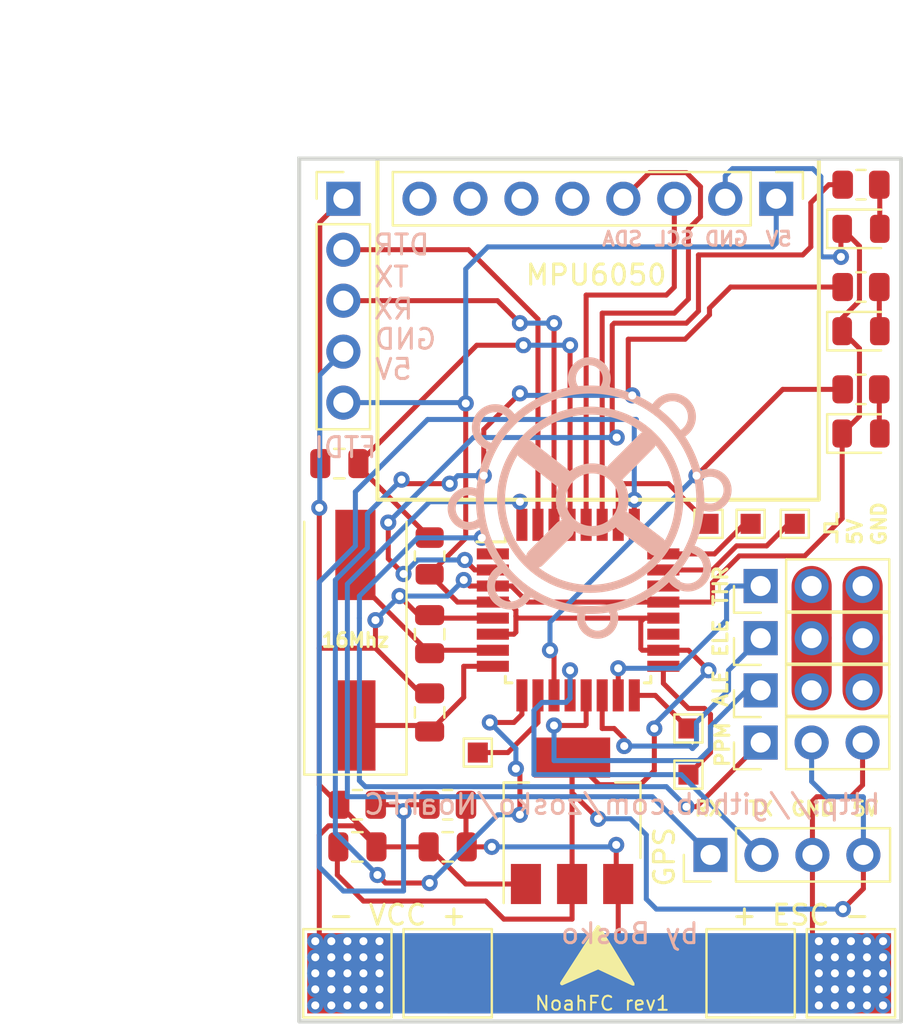
<source format=kicad_pcb>
(kicad_pcb (version 20211014) (generator pcbnew)
  (layers (0 "F.Cu" signal) (31 "B.Cu" signal) (34 "B.Paste" user) (35 "F.Paste" user) (36 "B.SilkS" user "B.Silkscreen") (37 "F.SilkS" user "F.Silkscreen") (38 "B.Mask" user) (39 "F.Mask" user) (44 "Edge.Cuts" user))
  (net 0 "")
  (net 1 "GND")
  (net 2 "VCC")
  (net 3 "5V")
  (net 4 "SCL")
  (net 5 "SDA")
  (net 10 "DTR")
  (net 11 "TX")
  (net 12 "RX")
  (net 13 "Net-(D1-Pad2)")
  (net 14 "Net-(D2-Pad2)")
  (net 15 "SCK")
  (net 16 "XTAL1")
  (net 17 "XTAL2")
  (net 18 "ALERON")
  (net 19 "ELEVATOR")
  (net 20 "THROTTLE")
  (net 21 "PPM")
  (net 22 "GPS_TX")
  (net 23 "GPS_RX")
  (net 24 "RESET")
  (net 25 "MISO")
  (net 26 "LED_GPS")
  (net 27 "LED_MODE")
  (net 28 "LED_PWR")
  (net 29 "ADC6")
  (net 30 "VOLTAGE_READ")
  (net 31 "ADC7")
  (net 32 "Net-(D3-Pad2)")
  (net 33 "A0")
  (net 34 "A1")
  (net 35 "A3")
  (net 36 "5V_BEC")
  (net 37 "D6")
  (net 38 "GND_BEC")
  (footprint "TestPoint:TestPoint_Pad_1.0x1.0mm" (layer "F.Cu") (at 152.4 76.2)
    (fp_text reference "J16" hide)
    (fp_text value "A3" hide)
  )
  (footprint "TestPoint:TestPoint_Pad_1.0x1.0mm" (layer "F.Cu") (at 151.4 88.7)
    (fp_text reference "J11" hide)
    (fp_text value "SCK" hide)
  )
  (footprint "Capacitor_SMD:C_0805_2012Metric" (layer "F.Cu") (at 138.5 81.7 90)
    (fp_text reference "C1" hide)
    (fp_text value "22pF" hide)
  )
  (footprint "LED_SMD:LED_0805_2012Metric" (layer "F.Cu") (at 160 71.7)
    (fp_text reference "D3" hide)
    (fp_text value "PWR" hide)
  )
  (footprint "Connector_PinHeader_2.54mm:PinHeader_1x05_P2.54mm_Vertical" (layer "F.Cu") (at 134.2 60)
    (fp_text reference "J4" hide)
    (fp_text value "FTDI")
  )
  (footprint "Connector_PinHeader_2.54mm:PinHeader_1x03_P2.54mm_Vertical" (layer "F.Cu") (at 155 81.9 90)
    (fp_text reference "J2" hide)
    (fp_text value "ELE")
  )
  (footprint "Resistor_SMD:R_0805_2012Metric" (layer "F.Cu") (at 138.5 77.8 -90)
    (fp_text reference "R1" hide)
    (fp_text value "10K" hide)
  )
  (footprint "LED_SMD:LED_0805_2012Metric" (layer "F.Cu") (at 160 61.5)
    (fp_text reference "D2" hide)
    (fp_text value "MODE" hide)
  )
  (footprint "LED_SMD:LED_0805_2012Metric" (layer "F.Cu") (at 160 66.6)
    (fp_text reference "D1" hide)
    (fp_text value "GPS" hide)
  )
  (footprint "Connector_PinHeader_2.54mm:PinHeader_1x08_P2.54mm_Vertical" (layer "F.Cu") (at 155.775 60 -90)
    (fp_text reference "J3" hide)
    (fp_text value "MPU6050")
  )
  (footprint "Connector_PinHeader_2.54mm:PinHeader_1x03_P2.54mm_Vertical" (layer "F.Cu") (at 155 84.5 90)
    (fp_text reference "J1" hide)
    (fp_text value "ALE")
  )
  (footprint "Resistor_SMD:R_0805_2012Metric" (layer "F.Cu") (at 139.4 90.2 180)
    (fp_text reference "R5" hide)
    (fp_text value "100K" hide)
  )
  (footprint "TestPoint:TestPoint_Pad_4.0x4.0mm" (layer "F.Cu") (at 134.4 98.6)
    (fp_text reference "J10" hide)
    (fp_text value "GND" hide)
  )
  (footprint "TestPoint:TestPoint_Pad_4.0x4.0mm" (layer "F.Cu") (at 139.4 98.6)
    (fp_text reference "J5" hide)
    (fp_text value "VCC" hide)
  )
  (footprint "TestPoint:TestPoint_Pad_4.0x4.0mm" (layer "F.Cu") (at 159.5 98.6)
    (fp_text reference "J14" hide)
    (fp_text value "GND" hide)
  )
  (footprint "Connector_PinHeader_2.54mm:PinHeader_1x04_P2.54mm_Vertical" (layer "F.Cu") (at 152.5 92.7 90)
    (fp_text reference "J8" hide)
    (fp_text value "GPS")
  )
  (footprint "Capacitor_SMD:C_0805_2012Metric" (layer "F.Cu") (at 134.9 92.3 180)
    (fp_text reference "C5" hide)
    (fp_text value "10uF" hide)
  )
  (footprint "TestPoint:TestPoint_Pad_1.0x1.0mm" (layer "F.Cu") (at 156.7 76.2)
    (fp_text reference "J9" hide)
    (fp_text value "A0" hide)
  )
  (footprint "TestPoint:TestPoint_Pad_4.0x4.0mm" (layer "F.Cu") (at 154.5 98.6)
    (fp_text reference "J13" hide)
    (fp_text value "VCC" hide)
  )
  (footprint "TestPoint:TestPoint_Pad_1.0x1.0mm" (layer "F.Cu") (at 151.4 86.4)
    (fp_text reference "J12" hide)
    (fp_text value "MISO" hide)
  )
  (footprint "Package_QFP:TQFP-32_7x7mm_P0.8mm" (layer "F.Cu") (at 145.9 80.5)
    (fp_text reference "U1" hide)
    (fp_text value "ATmega328" hide)
  )
  (footprint "Resistor_SMD:R_0805_2012Metric" (layer "F.Cu") (at 160 59.3)
    (fp_text reference "R3" hide)
    (fp_text value "330" hide)
  )
  (footprint "Capacitor_SMD:C_0805_2012Metric" (layer "F.Cu") (at 138.5 85.6 90)
    (fp_text reference "C2" hide)
    (fp_text value "22pF" hide)
  )
  (footprint "TestPoint:TestPoint_Pad_1.0x1.0mm" (layer "F.Cu") (at 140.9 87.6)
    (fp_text reference "J17" hide)
    (fp_text value "D6" hide)
  )
  (footprint "Crystal:Crystal_SMD_HC49-SD" (layer "F.Cu") (at 134.8 82 90)
    (fp_text reference "Y1" hide)
    (fp_text value "16Mhz")
  )
  (footprint "TestPoint:TestPoint_Pad_1.0x1.0mm" (layer "F.Cu") (at 154.5 76.2)
    (fp_text reference "J15" hide)
    (fp_text value "A1" hide)
  )
  (footprint "Connector_PinHeader_2.54mm:PinHeader_1x03_P2.54mm_Vertical" (layer "F.Cu") (at 155 79.3 90)
    (fp_text reference "J6" hide)
    (fp_text value "THR")
  )
  (footprint "Resistor_SMD:R_0805_2012Metric" (layer "F.Cu") (at 160 64.4)
    (fp_text reference "R2" hide)
    (fp_text value "330" hide)
  )
  (footprint "Resistor_SMD:R_0805_2012Metric" (layer "F.Cu") (at 160 69.5)
    (fp_text reference "R4" hide)
    (fp_text value "330" hide)
  )
  (footprint "Capacitor_SMD:C_0805_2012Metric" (layer "F.Cu") (at 139.4 92.3)
    (fp_text reference "C4" hide)
    (fp_text value "1uF" hide)
  )
  (footprint "Capacitor_SMD:C_0805_2012Metric" (layer "F.Cu") (at 134 73.2 180)
    (fp_text reference "C3" hide)
    (fp_text value "1nF" hide)
  )
  (footprint "Package_TO_SOT_SMD:SOT-223-3_TabPin2" (layer "F.Cu") (at 145.6 91 90)
    (fp_text reference "U3" hide)
    (fp_text value "AMS1117-5.0" hide)
  )
  (footprint "Resistor_SMD:R_0805_2012Metric" (layer "F.Cu") (at 134.9 90.2 180)
    (fp_text reference "R6" hide)
    (fp_text value "10K" hide)
  )
  (footprint "Connector_PinHeader_2.54mm:PinHeader_1x03_P2.54mm_Vertical" (layer "F.Cu") (at 155 87.1 90)
    (fp_text reference "J7" hide)
    (fp_text value "PPM")
  )
  (gr_circle (center 146.5 75) (end 151.991812 75) (layer "B.SilkS") (width 0.4) (fill none))
  (gr_circle (center 146.5 75) (end 150.941846 75) (layer "B.SilkS") (width 0.4) (fill none))
  (gr_line (start 145.2 76.5) (end 143.8 77.9) (layer "B.SilkS") (width 1))
  (gr_arc (start 147.6 80.5) (mid 146.928343 81.725153) (end 146.1 80.6) (layer "B.SilkS") (width 0.4))
  (gr_arc (start 152 73.8) (mid 153.350645 74.46329) (end 152.1 75.3) (layer "B.SilkS") (width 0.4))
  (gr_circle (center 146.6 75) (end 148.16205 75) (layer "B.SilkS") (width 0.5) (fill none))
  (gr_line (start 147.8 73.6) (end 149.3 72.1) (layer "B.SilkS") (width 1))
  (gr_arc (start 151.7 77.5) (mid 152.147252 78.981319) (end 150.599999 79) (layer "B.SilkS") (width 0.4))
  (gr_arc (start 140.950645 76.16329) (mid 139.6 75.5) (end 140.850645 74.66329) (layer "B.SilkS") (width 0.4))
  (gr_arc (start 145.73671 69.450645) (mid 146.4 68.1) (end 147.23671 69.350645) (layer "B.SilkS") (width 0.4))
  (gr_line (start 148.2 76.1) (end 149.8 77.3) (layer "B.SilkS") (width 1))
  (gr_arc (start 141.400001 72.3) (mid 141.038719 70.776044) (end 142.600001 70.9) (layer "B.SilkS") (width 0.4))
  (gr_line (start 145.1 73.9) (end 143.3 72.5) (layer "B.SilkS") (width 1))
  (gr_arc (start 143.4 79.699999) (mid 141.893396 80.041037) (end 142 78.499999) (layer "B.SilkS") (width 0.4))
  (gr_arc (start 149.7 70.5) (mid 151.234725 70.126153) (end 151.1 71.7) (layer "B.SilkS") (width 0.4))
  (gr_line (start 158.2 76.6) (end 158.2 76.2) (layer "F.SilkS") (width 0.15))
  (gr_rect (start 135.9 58) (end 157.9 75) (layer "F.SilkS") (width 0.2) (fill none))
  (gr_poly (pts (xy 148.6 99.1) (xy 146.9 98.3) (xy 145.1 99.1) (xy 146.9 96.3)) (layer "F.SilkS") (width 0.2) (fill solid))
  (gr_line (start 158.8 76.2) (end 158.8 75.7) (layer "F.SilkS") (width 0.15))
  (gr_line (start 158.2 76.2) (end 158.8 76.2) (layer "F.SilkS") (width 0.15))
  (gr_line (start 158.8 76.6) (end 158.2 76.6) (layer "F.SilkS") (width 0.15))
  (gr_line (start 158.8 77.1) (end 158.8 76.6) (layer "F.SilkS") (width 0.15))
  (gr_rect (start 132 58) (end 162 101) (layer "Edge.Cuts") (width 0.2) (fill none))
  (gr_text "5V" (at 136.7 68.5) (layer "B.SilkS") (effects (font (size 1 1)) (justify mirror)))
  (gr_text "SDA" (at 148.1 62) (layer "B.SilkS") (effects (font (size 0.7 0.7)) (justify mirror)))
  (gr_text "5V" (at 155.9 62) (layer "B.SilkS") (effects (font (size 0.7 0.7)) (justify mirror)))
  (gr_text "TX" (at 136.6 63.9) (layer "B.SilkS") (effects (font (size 1 1)) (justify mirror)))
  (gr_text "SCL" (at 150.7 62) (layer "B.SilkS") (effects (font (size 0.7 0.7)) (justify mirror)))
  (gr_text "RX" (at 136.7 65.5) (layer "B.SilkS") (effects (font (size 1 1)) (justify mirror)))
  (gr_text "GND" (at 137.3 67) (layer "B.SilkS") (effects (font (size 1 1)) (justify mirror)))
  (gr_text "http://github.com/zosko/NoahFC\n\n\n\nby Bosko " (at 148.1 93.4) (layer "B.SilkS") (effects (font (size 1 1)) (justify mirror)))
  (gr_text "GND" (at 153.3 62) (layer "B.SilkS") (effects (font (size 0.7 0.7)) (justify mirror)))
  (gr_text "DTR" (at 137.1 62.3) (layer "B.SilkS") (effects (font (size 1 1)) (justify mirror)))
  (gr_text "GND" (at 157.6 90.4) (layer "F.SilkS") (effects (font (size 0.7 0.7))))
  (gr_text "5V" (at 160.2 90.4) (layer "F.SilkS") (effects (font (size 0.7 0.7))))
  (gr_text "RX" (at 152.4 90.4) (layer "F.SilkS") (effects (font (size 0.7 0.7))))
  (gr_text "TX" (at 155 90.4) (layer "F.SilkS") (effects (font (size 0.7 0.7))))
  (gr_text "+ ESC -" (at 157 95.7) (layer "F.SilkS") (effects (font (size 1 1))))
  (gr_text "5V" (at 159.7 76.6 90) (layer "F.SilkS") (effects (font (size 0.7 0.7))))
  (gr_text "NoahFC rev1" (at 147.1 100.1) (layer "F.SilkS") (effects (font (size 0.7 0.7) (thickness 0.1))))
  (gr_text "GND" (at 160.9 76.2 90) (layer "F.SilkS") (effects (font (size 0.7 0.7))))
  (gr_text "- VCC +" (at 136.9 95.7) (layer "F.SilkS") (effects (font (size 1 1))))
  (segment (start 159 62.9) (end 159 61.5625) (width 0.25) (layer "F.Cu") (net 1))
  (segment (start 159.92452 70.83798) (end 159.0625 71.7) (width 0.25) (layer "F.Cu") (net 1))
  (segment (start 133 82.4) (end 133 89.2125) (width 0.25) (layer "F.Cu") (net 1))
  (segment (start 135.85 92.3) (end 134.80048 91.25048) (width 0.25) (layer "F.Cu") (net 1))
  (segment (start 133 96.8) (end 132.8 97) (width 0.25) (layer "F.Cu") (net 1))
  (segment (start 135.85 92.0625) (end 133.9875 90.2) (width 0.25) (layer "F.Cu") (net 1))
  (segment (start 135.85 92.3) (end 135.85 92.0625) (width 0.25) (layer "F.Cu") (net 1))
  (segment (start 143.374022 80.1) (end 142.574022 79.3) (width 0.25) (layer "F.Cu") (net 1))
  (segment (start 133 89.2125) (end 133.9875 90.2) (width 0.25) (layer "F.Cu") (net 1))
  (segment (start 157.2 77.8) (end 153.935718 77.8) (width 0.25) (layer "F.Cu") (net 1))
  (segment (start 138.5 84.65) (end 138.05 84.65) (width 0.25) (layer "F.Cu") (net 1))
  (segment (start 141.65 80.9) (end 138.65 80.9) (width 0.25) (layer "F.Cu") (net 1))
  (segment (start 159.92452 67.46202) (end 159.92452 70.83798) (width 0.25) (layer "F.Cu") (net 1))
  (segment (start 138.05 84.65) (end 135.8 82.4) (width 0.25) (layer "F.Cu") (net 1))
  (segment (start 157.9 97) (end 157.58 96.68) (width 0.25) (layer "F.Cu") (net 1))
  (segment (start 135.8 82.4) (end 133 82.4) (width 0.25) (layer "F.Cu") (net 1))
  (segment (start 159.92452 62.36202) (end 159.0625 61.5) (width 0.25) (layer "F.Cu") (net 1))
  (segment (start 134.80048 91.25048) (end 133.462027 91.25048) (width 0.25) (layer "F.Cu") (net 1))
  (segment (start 133 75.4) (end 133 82.4) (width 0.25) (layer "F.Cu") (net 1))
  (segment (start 160.08 87.1) (end 160.08 89.22) (width 0.25) (layer "F.Cu") (net 1))
  (segment (start 159.5 89.8) (end 157.8 89.8) (width 0.25) (layer "F.Cu") (net 1))
  (segment (start 138.5 80.75) (end 137.95 80.75) (width 0.25) (layer "F.Cu") (net 1))
  (segment (start 140.5 79.3) (end 140.2 79) (width 0.25) (layer "F.Cu") (net 1))
  (segment (start 135.8 81) (end 135.8 82.4) (width 0.25) (layer "F.Cu") (net 1))
  (segment (start 159 61.5625) (end 159.0625 61.5) (width 0.25) (layer "F.Cu") (net 1))
  (segment (start 133 91.712507) (end 133 96.8) (width 0.25) (layer "F.Cu") (net 1))
  (segment (start 137.95 80.75) (end 137 79.8) (width 0.25) (layer "F.Cu") (net 1))
  (segment (start 160.08 89.22) (end 159.5 89.8) (width 0.25) (layer "F.Cu") (net 1))
  (segment (start 157.58 96.68) (end 157.58 92.7) (width 0.25) (layer "F.Cu") (net 1))
  (segment (start 140.3 94.15) (end 138.45 92.3) (width 0.25) (layer "F.Cu") (net 1))
  (segment (start 159.0625 65.949993) (end 159.92452 65.087973) (width 0.25) (layer "F.Cu") (net 1))
  (segment (start 152.6 80.1) (end 150.15 80.1) (width 0.25) (layer "F.Cu") (net 1))
  (segment (start 150.15 80.1) (end 143.374022 80.1) (width 0.25) (layer "F.Cu") (net 1))
  (segment (start 143.3 94.15) (end 140.3 94.15) (width 0.25) (layer "F.Cu") (net 1))
  (segment (start 132.8 97) (end 134.4 97) (width 0.25) (layer "F.Cu") (net 1))
  (segment (start 133.462027 91.25048) (end 133 91.712507) (width 0.25) (layer "F.Cu") (net 1))
  (segment (start 153.935718 77.8) (end 152.6 79.135718) (width 0.25) (layer "F.Cu") (net 1))
  (segment (start 159.92452 65.087973) (end 159.92452 62.36202) (width 0.25) (layer "F.Cu") (net 1))
  (segment (start 157.8 89.8) (end 157.58 90.02) (width 0.25) (layer "F.Cu") (net 1))
  (segment (start 159.0625 71.7) (end 159.0625 75.9375) (width 0.25) (layer "F.Cu") (net 1))
  (segment (start 142.574022 79.3) (end 141.65 79.3) (width 0.25) (layer "F.Cu") (net 1))
  (segment (start 138.45 92.3) (end 135.85 92.3) (width 0.25) (layer "F.Cu") (net 1))
  (segment (start 157.58 90.02) (end 157.58 92.7) (width 0.25) (layer "F.Cu") (net 1))
  (segment (start 138.65 80.9) (end 138.5 80.75) (width 0.25) (layer "F.Cu") (net 1))
  (segment (start 159.0625 66.6) (end 159.0625 65.949993) (width 0.25) (layer "F.Cu") (net 1))
  (segment (start 159.0625 75.9375) (end 157.2 77.8) (width 0.25) (layer "F.Cu") (net 1))
  (segment (start 152.6 79.135718) (end 152.6 80.1) (width 0.25) (layer "F.Cu") (net 1))
  (segment (start 159.0625 66.6) (end 159.92452 67.46202) (width 0.25) (layer "F.Cu") (net 1))
  (segment (start 141.65 79.3) (end 140.5 79.3) (width 0.25) (layer "F.Cu") (net 1))
  (via (at 135.2 98.6) (size 0.8) (drill 0.4) (layers "F.Cu" "B.Cu") (net 1))
  (via (at 132.8 100.2) (size 0.8) (drill 0.4) (layers "F.Cu" "B.Cu") (net 1))
  (via (at 160.3 99.4) (size 0.8) (drill 0.4) (layers "F.Cu" "B.Cu") (net 1))
  (via (at 134.4 98.6) (size 0.8) (drill 0.4) (layers "F.Cu" "B.Cu") (net 1))
  (via (at 158.7 97) (size 0.8) (drill 0.4) (layers "F.Cu" "B.Cu") (net 1))
  (via (at 135.2 100.2) (size 0.8) (drill 0.4) (layers "F.Cu" "B.Cu") (net 1))
  (via (at 136 97) (size 0.8) (drill 0.4) (layers "F.Cu" "B.Cu") (net 1))
  (via (at 158.7 100.2) (size 0.8) (drill 0.4) (layers "F.Cu" "B.Cu") (net 1))
  (via (at 132.8 99.4) (size 0.8) (drill 0.4) (layers "F.Cu" "B.Cu") (net 1))
  (via (at 135.2 97) (size 0.8) (drill 0.4) (layers "F.Cu" "B.Cu") (net 1))
  (via (at 157.9 98.6) (size 0.8) (drill 0.4) (layers "F.Cu" "B.Cu") (net 1))
  (via (at 132.8 98.6) (size 0.8) (drill 0.4) (layers "F.Cu" "B.Cu") (net 1))
  (via (at 136 97.8) (size 0.8) (drill 0.4) (layers "F.Cu" "B.Cu") (net 1))
  (via (at 160.3 97.8) (size 0.8) (drill 0.4) (layers "F.Cu" "B.Cu") (net 1))
  (via (at 157.9 97.8) (size 0.8) (drill 0.4) (layers "F.Cu" "B.Cu") (net 1))
  (via (at 157.9 100.2) (size 0.8) (drill 0.4) (layers "F.Cu" "B.Cu") (net 1))
  (via (at 157.9 97) (size 0.8) (drill 0.4) (layers "F.Cu" "B.Cu") (net 1))
  (via (at 135.2 99.4) (size 0.8) (drill 0.4) (layers "F.Cu" "B.Cu") (net 1))
  (via (at 133.6 100.2) (size 0.8) (drill 0.4) (layers "F.Cu" "B.Cu") (net 1))
  (via (at 159.5 100.2) (size 0.8) (drill 0.4) (layers "F.Cu" "B.Cu") (net 1))
  (via (at 134.4 99.4) (size 0.8) (drill 0.4) (layers "F.Cu" "B.Cu") (net 1))
  (via (at 160.3 98.6) (size 0.8) (drill 0.4) (layers "F.Cu" "B.Cu") (net 1))
  (via (at 136 99.4) (size 0.8) (drill 0.4) (layers "F.Cu" "B.Cu") (net 1))
  (via (at 161.1 97.8) (size 0.8) (drill 0.4) (layers "F.Cu" "B.Cu") (net 1))
  (via (at 136 98.6) (size 0.8) (drill 0.4) (layers "F.Cu" "B.Cu") (net 1))
  (via (at 161.1 97) (size 0.8) (drill 0.4) (layers "F.Cu" "B.Cu") (net 1))
  (via (at 132.8 97) (size 0.8) (drill 0.4) (layers "F.Cu" "B.Cu") (net 1))
  (via (at 161.1 98.6) (size 0.8) (drill 0.4) (layers "F.Cu" "B.Cu") (net 1))
  (via (at 161.1 99.4) (size 0.8) (drill 0.4) (layers "F.Cu" "B.Cu") (net 1))
  (via (at 140.2 79) (size 0.8) (drill 0.4) (layers "F.Cu" "B.Cu") (net 1))
  (via (at 133.6 97) (size 0.8) (drill 0.4) (layers "F.Cu" "B.Cu") (net 1))
  (via (at 159.5 98.6) (size 0.8) (drill 0.4) (layers "F.Cu" "B.Cu") (net 1))
  (via (at 161.1 100.2) (size 0.8) (drill 0.4) (layers "F.Cu" "B.Cu") (net 1))
  (via (at 134.4 97.8) (size 0.8) (drill 0.4) (layers "F.Cu" "B.Cu") (net 1))
  (via (at 133 75.4) (size 0.8) (drill 0.4) (layers "F.Cu" "B.Cu") (net 1))
  (via (at 159.5 97.8) (size 0.8) (drill 0.4) (layers "F.Cu" "B.Cu") (net 1))
  (via (at 158.7 98.6) (size 0.8) (drill 0.4) (layers "F.Cu" "B.Cu") (net 1))
  (via (at 134.4 100.2) (size 0.8) (drill 0.4) (layers "F.Cu" "B.Cu") (net 1))
  (via (at 134.4 97) (size 0.8) (drill 0.4) (layers "F.Cu" "B.Cu") (net 1))
  (via (at 137 79.8) (size 0.8) (drill 0.4) (layers "F.Cu" "B.Cu") (net 1))
  (via (at 159 62.9) (size 0.8) (drill 0.4) (layers "F.Cu" "B.Cu") (net 1))
  (via (at 133.6 98.6) (size 0.8) (drill 0.4) (layers "F.Cu" "B.Cu") (net 1))
  (via (at 158.7 97.8) (size 0.8) (drill 0.4) (layers "F.Cu" "B.Cu") (net 1))
  (via (at 159.5 99.4) (size 0.8) (drill 0.4) (layers "F.Cu" "B.Cu") (net 1))
  (via (at 133.6 99.4) (size 0.8) (drill 0.4) (layers "F.Cu" "B.Cu") (net 1))
  (via (at 133.6 97.8) (size 0.8) (drill 0.4) (layers "F.Cu" "B.Cu") (net 1))
  (via (at 132.8 97.8) (size 0.8) (drill 0.4) (layers "F.Cu" "B.Cu") (net 1))
  (via (at 160.3 100.2) (size 0.8) (drill 0.4) (layers "F.Cu" "B.Cu") (net 1))
  (via (at 136 100.2) (size 0.8) (drill 0.4) (layers "F.Cu" "B.Cu") (net 1))
  (via (at 135.8 81) (size 0.8) (drill 0.4) (layers "F.Cu" "B.Cu") (net 1))
  (via (at 159.5 97) (size 0.8) (drill 0.4) (layers "F.Cu" "B.Cu") (net 1))
  (via (at 135.2 97.8) (size 0.8) (drill 0.4) (layers "F.Cu" "B.Cu") (net 1))
  (via (at 157.9 99.4) (size 0.8) (drill 0.4) (layers "F.Cu" "B.Cu") (net 1))
  (via (at 160.3 97) (size 0.8) (drill 0.4) (layers "F.Cu" "B.Cu") (net 1))
  (via (at 158.7 99.4) (size 0.8) (drill 0.4) (layers "F.Cu" "B.Cu") (net 1))
  (segment (start 158.1 62.9) (end 159 62.9) (width 0.25) (layer "B.Cu") (net 1))
  (segment (start 137 79.8) (end 135.8 81) (width 0.25) (layer "B.Cu") (net 1))
  (segment (start 134.2 67.62) (end 133.025489 68.794511) (width 0.25) (layer "B.Cu") (net 1))
  (segment (start 140.2 79) (end 139.4 79.8) (width 0.25) (layer "B.Cu") (net 1))
  (segment (start 153.235 58.865) (end 153.5 58.6) (width 0.25) (layer "B.Cu") (net 1))
  (segment (start 158 62.8) (end 158.1 62.9) (width 0.25) (layer "B.Cu") (net 1))
  (segment (start 139.4 79.8) (end 137 79.8) (width 0.25) (layer "B.Cu") (net 1))
  (segment (start 153.5 58.6) (end 153.6 58.5) (width 0.25) (layer "B.Cu") (net 1))
  (segment (start 133.025489 68.794511) (end 133.025489 75.374511) (width 0.25) (layer "B.Cu") (net 1))
  (segment (start 158 58.9) (end 158 59.2) (width 0.25) (layer "B.Cu") (net 1))
  (segment (start 133.025489 75.374511) (end 133 75.4) (width 0.25) (layer "B.Cu") (net 1))
  (segment (start 153.235 60) (end 153.235 58.865) (width 0.25) (layer "B.Cu") (net 1))
  (segment (start 153.6 58.5) (end 157.6 58.5) (width 0.25) (layer "B.Cu") (net 1))
  (segment (start 158 59.2) (end 158 62.8) (width 0.25) (layer "B.Cu") (net 1))
  (segment (start 159.5 98.6) (end 134.4 98.6) (width 4) (layer "B.Cu") (net 1))
  (segment (start 157.6 58.5) (end 158 58.9) (width 0.25) (layer "B.Cu") (net 1))
  (segment (start 140.3125 92.2625) (end 140.35 92.3) (width 0.25) (layer "F.Cu") (net 2))
  (segment (start 149.4 98.6) (end 154.5 98.6) (width 4) (layer "F.Cu") (net 2))
  (segment (start 139.4 98.6) (end 149.4 98.6) (width 4) (layer "F.Cu") (net 2))
  (segment (start 147.9 97.1) (end 149.4 98.6) (width 0.25) (layer "F.Cu") (net 2))
  (segment (start 147.8 94.05) (end 147.9 94.15) (width 0.25) (layer "F.Cu") (net 2))
  (segment (start 147.9 94.15) (end 147.9 97.1) (width 0.25) (layer "F.Cu") (net 2))
  (segment (start 140.35 92.3) (end 141.6 92.3) (width 0.25) (layer "F.Cu") (net 2))
  (segment (start 140.3125 90.2) (end 140.3125 92.2625) (width 0.25) (layer "F.Cu") (net 2))
  (segment (start 147.8 92.2) (end 147.8 94.05) (width 0.25) (layer "F.Cu") (net 2))
  (via (at 147.8 92.2) (size 0.8) (drill 0.4) (layers "F.Cu" "B.Cu") (net 2))
  (via (at 141.6 92.3) (size 0.8) (drill 0.4) (layers "F.Cu" "B.Cu") (net 2))
  (segment (start 147.7 92.3) (end 147.8 92.2) (width 0.25) (layer "B.Cu") (net 2))
  (segment (start 141.6 92.3) (end 147.7 92.3) (width 0.25) (layer "B.Cu") (net 2))
  (segment (start 150.15 82.5) (end 149.1 82.5) (width 0.25) (layer "F.Cu") (net 3))
  (segment (start 142.8 81.6) (end 142.8 80.8) (width 0.25) (layer "F.Cu") (net 3))
  (segment (start 142.7 81.7) (end 142.8 81.6) (width 0.25) (layer "F.Cu") (net 3))
  (segment (start 135.2 95) (end 141.3 95) (width 0.25) (layer "F.Cu") (net 3))
  (segment (start 140.3 70.2) (end 140.3 76.9125) (width 0.25) (layer "F.Cu") (net 3))
  (segment (start 149.025489 81.074511) (end 149.2 80.9) (width 0.25) (layer "F.Cu") (net 3))
  (segment (start 149.7 88.5) (end 149 89.2) (width 0.25) (layer "F.Cu") (net 3))
  (segment (start 149 89.2) (end 146.95 89.2) (width 0.25) (layer "F.Cu") (net 3))
  (segment (start 160.12 94.38) (end 159.1 95.4) (width 0.25) (layer "F.Cu") (net 3))
  (segment (start 150.15 80.9) (end 142.9 80.9) (width 0.25) (layer "F.Cu") (net 3))
  (segment (start 145.6 95.9) (end 145.6 94.15) (width 0.25) (layer "F.Cu") (net 3))
  (segment (start 149.1 82.5) (end 149.025489 82.425489) (width 0.25) (layer "F.Cu") (net 3))
  (segment (start 138.5 78.7125) (end 139.8875 80.1) (width 0.25) (layer "F.Cu") (net 3))
  (segment (start 140.3 76.9125) (end 138.5 78.7125) (width 0.25) (layer "F.Cu") (net 3))
  (segment (start 133.9 93.7) (end 135.2 95) (width 0.25) (layer "F.Cu") (net 3))
  (segment (start 145.6 94.15) (end 145.6 87.85) (width 0.25) (layer "F.Cu") (net 3))
  (segment (start 142.8 80.5) (end 142.4 80.1) (width 0.25) (layer "F.Cu") (net 3))
  (segment (start 145.6 89.6) (end 145.6 87.85) (width 0.25) (layer "F.Cu") (net 3))
  (segment (start 151.4 82.5) (end 152.4 83.5) (width 0.25) (layer "F.Cu") (net 3))
  (segment (start 141.3 95) (end 142.2 95.9) (width 0.25) (layer "F.Cu") (net 3))
  (segment (start 142.2 95.9) (end 145.6 95.9) (width 0.25) (layer "F.Cu") (net 3))
  (segment (start 149.7 86.4) (end 149.7 88.5) (width 0.25) (layer "F.Cu") (net 3))
  (segment (start 146.95 89.2) (end 145.6 87.85) (width 0.25) (layer "F.Cu") (net 3))
  (segment (start 149.025489 82.425489) (end 149.025489 81.074511) (width 0.25) (layer "F.Cu") (net 3))
  (segment (start 146.9 90.9) (end 145.6 89.6) (width 0.25) (layer "F.Cu") (net 3))
  (segment (start 141.65 81.7) (end 142.7 81.7) (width 0.25) (layer "F.Cu") (net 3))
  (segment (start 142.9 80.9) (end 142.8 80.8) (width 0.25) (layer "F.Cu") (net 3))
  (segment (start 149.2 80.9) (end 150.15 80.9) (width 0.25) (layer "F.Cu") (net 3))
  (segment (start 133.95 92.3) (end 133.9 92.35) (width 0.25) (layer "F.Cu") (net 3))
  (segment (start 160.12 92.7) (end 160.12 94.38) (width 0.25) (layer "F.Cu") (net 3))
  (segment (start 142.4 80.1) (end 141.65 80.1) (width 0.25) (layer "F.Cu") (net 3))
  (segment (start 150.15 82.5) (end 151.4 82.5) (width 0.25) (layer "F.Cu") (net 3))
  (segment (start 139.8875 80.1) (end 141.65 80.1) (width 0.25) (layer "F.Cu") (net 3))
  (segment (start 142.8 80.8) (end 142.8 80.5) (width 0.25) (layer "F.Cu") (net 3))
  (segment (start 133.9 92.35) (end 133.9 93.7) (width 0.25) (layer "F.Cu") (net 3))
  (via (at 140.3 70.2) (size 0.8) (drill 0.4) (layers "F.Cu" "B.Cu") (net 3))
  (via (at 149.7 86.4) (size 0.8) (drill 0.4) (layers "F.Cu" "B.Cu") (net 3))
  (via (at 152.4 83.5) (size 0.8) (drill 0.4) (layers "F.Cu" "B.Cu") (net 3))
  (via (at 159.1 95.4) (size 0.8) (drill 0.4) (layers "F.Cu" "B.Cu") (net 3))
  (via (at 146.9 90.9) (size 0.8) (drill 0.4) (layers "F.Cu" "B.Cu") (net 3))
  (segment (start 155.775 62.225) (end 155.6 62.4) (width 0.25) (layer "B.Cu") (net 3))
  (segment (start 149.3 94.9) (end 149.3 91.7) (width 0.25) (layer "B.Cu") (net 3))
  (segment (start 141.4 62.4) (end 140.3 63.5) (width 0.25) (layer "B.Cu") (net 3))
  (segment (start 149.7 86.2) (end 149.7 86.4) (width 0.25) (layer "B.Cu") (net 3))
  (segment (start 155.775 60) (end 155.775 62.225) (width 0.25) (layer "B.Cu") (net 3))
  (segment (start 148.5 90.9) (end 146.9 90.9) (width 0.25) (layer "B.Cu") (net 3))
  (segment (start 152.4 83.5) (end 149.7 86.2) (width 0.25) (layer "B.Cu") (net 3))
  (segment (start 155.6 62.4) (end 141.4 62.4) (width 0.25) (layer "B.Cu") (net 3))
  (segment (start 158.3 89.8) (end 160.1 89.8) (width 0.25) (layer "B.Cu") (net 3))
  (segment (start 140.3 63.5) (end 140.3 70.2) (width 0.25) (layer "B.Cu") (net 3))
  (segment (start 159.1 95.4) (end 149.8 95.4) (width 0.25) (layer "B.Cu") (net 3))
  (segment (start 160.12 89.82) (end 160.12 92.7) (width 0.25) (layer "B.Cu") (net 3))
  (segment (start 149.8 95.4) (end 149.3 94.9) (width 0.25) (layer "B.Cu") (net 3))
  (segment (start 160.1 89.8) (end 160.12 89.82) (width 0.25) (layer "B.Cu") (net 3))
  (segment (start 157.54 87.1) (end 157.54 89.04) (width 0.25) (layer "B.Cu") (net 3))
  (segment (start 157.54 89.04) (end 158.3 89.8) (width 0.25) (layer "B.Cu") (net 3))
  (segment (start 149.3 91.7) (end 148.5 90.9) (width 0.25) (layer "B.Cu") (net 3))
  (segment (start 140.26 70.16) (end 140.3 70.2) (width 0.25) (layer "B.Cu") (net 3))
  (segment (start 134.2 70.16) (end 140.26 70.16) (width 0.25) (layer "B.Cu") (net 3))
  (segment (start 150.3 64.8) (end 146.3 64.8) (width 0.25) (layer "F.Cu") (net 4))
  (segment (start 150.695 64.405) (end 150.3 64.8) (width 0.25) (layer "F.Cu") (net 4))
  (segment (start 150.695 60) (end 150.695 64.405) (width 0.25) (layer "F.Cu") (net 4))
  (segment (start 146.3 64.8) (end 146.3 76.25) (width 0.25) (layer "F.Cu") (net 4))
  (segment (start 147.1 65.7) (end 147.1 76.25) (width 0.25) (layer "F.Cu") (net 5))
  (segment (start 150.7 65.7) (end 147.1 65.7) (width 0.25) (layer "F.Cu") (net 5))
  (segment (start 152 60.9) (end 151.4 61.5) (width 0.25) (layer "F.Cu") (net 5))
  (segment (start 151.4 65) (end 150.7 65.7) (width 0.25) (layer "F.Cu") (net 5))
  (segment (start 152 59.4) (end 152 60.9) (width 0.25) (layer "F.Cu") (net 5))
  (segment (start 151.3 58.7) (end 152 59.4) (width 0.25) (layer "F.Cu") (net 5))
  (segment (start 148.155 60) (end 149.455 58.7) (width 0.25) (layer "F.Cu") (net 5))
  (segment (start 149.455 58.7) (end 151.3 58.7) (width 0.25) (layer "F.Cu") (net 5))
  (segment (start 151.4 61.5) (end 151.4 65) (width 0.25) (layer "F.Cu") (net 5))
  (segment (start 133.025489 73.175489) (end 133.05 73.2) (width 0.25) (layer "F.Cu") (net 10))
  (segment (start 133.025489 61.174511) (end 133.025489 73.175489) (width 0.25) (layer "F.Cu") (net 10))
  (segment (start 134.2 60) (end 133.025489 61.174511) (width 0.25) (layer "F.Cu") (net 10))
  (segment (start 140.44 62.54) (end 143.9 66) (width 0.25) (layer "F.Cu") (net 11))
  (segment (start 143.9 66) (end 143.9 76.25) (width 0.25) (layer "F.Cu") (net 11))
  (segment (start 134.2 62.54) (end 140.44 62.54) (width 0.25) (layer "F.Cu") (net 11))
  (segment (start 134.2 65.08) (end 141.88 65.08) (width 0.25) (layer "F.Cu") (net 12))
  (segment (start 141.88 65.08) (end 143 66.2) (width 0.25) (layer "F.Cu") (net 12))
  (segment (start 144.7 66.2) (end 144.7 76.25) (width 0.25) (layer "F.Cu") (net 12))
  (via (at 143 66.2) (size 0.8) (drill 0.4) (layers "F.Cu" "B.Cu") (net 12))
  (via (at 144.7 66.2) (size 0.8) (drill 0.4) (layers "F.Cu" "B.Cu") (net 12))
  (segment (start 143 66.2) (end 144.7 66.2) (width 0.25) (layer "B.Cu") (net 12))
  (segment (start 160.9125 64.4) (end 160.9125 66.575) (width 0.25) (layer "F.Cu") (net 13))
  (segment (start 160.9125 66.575) (end 160.9375 66.6) (width 0.25) (layer "F.Cu") (net 13))
  (segment (start 160.9375 59.325) (end 160.9125 59.3) (width 0.25) (layer "F.Cu") (net 14))
  (segment (start 160.9375 61.5) (end 160.9375 59.325) (width 0.25) (layer "F.Cu") (net 14))
  (segment (start 150.15 83.3) (end 150.15 84.15) (width 0.25) (layer "F.Cu") (net 15))
  (segment (start 152.2 85.4) (end 152.5 85.7) (width 0.25) (layer "F.Cu") (net 15))
  (segment (start 152.5 87.6) (end 151.4 88.7) (width 0.25) (layer "F.Cu") (net 15))
  (segment (start 152.5 85.7) (end 152.5 87.6) (width 0.25) (layer "F.Cu") (net 15))
  (segment (start 150.15 84.15) (end 151.4 85.4) (width 0.25) (layer "F.Cu") (net 15))
  (segment (start 151.4 85.4) (end 152.2 85.4) (width 0.25) (layer "F.Cu") (net 15))
  (segment (start 141.65 82.5) (end 138.65 82.5) (width 0.25) (layer "F.Cu") (net 16))
  (segment (start 134.8 77.75) (end 134.8 78.95) (width 0.25) (layer "F.Cu") (net 16))
  (segment (start 134.8 78.95) (end 138.5 82.65) (width 0.25) (layer "F.Cu") (net 16))
  (segment (start 138.65 82.5) (end 138.5 82.65) (width 0.25) (layer "F.Cu") (net 16))
  (segment (start 138.2 86.25) (end 134.8 86.25) (width 0.25) (layer "F.Cu") (net 17))
  (segment (start 140.2 84.85) (end 138.5 86.55) (width 0.25) (layer "F.Cu") (net 17))
  (segment (start 138.5 86.55) (end 138.2 86.25) (width 0.25) (layer "F.Cu") (net 17))
  (segment (start 141.65 83.3) (end 140.2 83.3) (width 0.25) (layer "F.Cu") (net 17))
  (segment (start 140.2 83.3) (end 140.2 84.85) (width 0.25) (layer "F.Cu") (net 17))
  (segment (start 146.249502 86.250498) (end 146.3 86.2) (width 0.25) (layer "F.Cu") (net 18))
  (segment (start 146.3 86.2) (end 146.3 84.75) (width 0.25) (layer "F.Cu") (net 18))
  (segment (start 144.7 86.250498) (end 146.249502 86.250498) (width 0.25) (layer "F.Cu") (net 18))
  (via (at 144.7 86.250498) (size 0.8) (drill 0.4) (layers "F.Cu" "B.Cu") (net 18))
  (segment (start 155 84.5) (end 154.3 84.5) (width 0.25) (layer "B.Cu") (net 18))
  (segment (start 151.9 88) (end 144.7 88) (width 0.25) (layer "B.Cu") (net 18))
  (segment (start 152.5 87.4) (end 151.9 88) (width 0.25) (layer "B.Cu") (net 18))
  (segment (start 152.5 86.3) (end 152.5 87.4) (width 0.25) (layer "B.Cu") (net 18))
  (segment (start 154.3 84.5) (end 152.5 86.3) (width 0.25) (layer "B.Cu") (net 18))
  (segment (start 144.7 88) (end 144.7 86.250498) (width 0.25) (layer "B.Cu") (net 18))
  (segment (start 148.2 87.2755) (end 148.2 86.900978) (width 0.25) (layer "F.Cu") (net 19))
  (segment (start 148.2 86.900978) (end 147.699022 86.4) (width 0.25) (layer "F.Cu") (net 19))
  (segment (start 147.699022 86.4) (end 147.1 86.4) (width 0.25) (layer "F.Cu") (net 19))
  (segment (start 147.1 86.4) (end 147.1 84.75) (width 0.25) (layer "F.Cu") (net 19))
  (via (at 148.2 87.2755) (size 0.8) (drill 0.4) (layers "F.Cu" "B.Cu") (net 19))
  (segment (start 153.4 83.5) (end 153.4 84.5) (width 0.25) (layer "B.Cu") (net 19))
  (segment (start 153.4 84.5) (end 151.8 86.1) (width 0.25) (layer "B.Cu") (net 19))
  (segment (start 151.4755 87.2755) (end 148.2 87.2755) (width 0.25) (layer "B.Cu") (net 19))
  (segment (start 151.8 87.2) (end 151.6 87.4) (width 0.25) (layer "B.Cu") (net 19))
  (segment (start 151.6 87.4) (end 151.4755 87.2755) (width 0.25) (layer "B.Cu") (net 19))
  (segment (start 151.8 86.4) (end 151.8 87.2) (width 0.25) (layer "B.Cu") (net 19))
  (segment (start 155 81.9) (end 153.4 83.5) (width 0.25) (layer "B.Cu") (net 19))
  (segment (start 151.8 86.1) (end 151.8 86.4) (width 0.25) (layer "B.Cu") (net 19))
  (segment (start 147.9 83.4) (end 147.9 84.75) (width 0.25) (layer "F.Cu") (net 20))
  (via (at 147.9 83.4) (size 0.8) (drill 0.4) (layers "F.Cu" "B.Cu") (net 20))
  (segment (start 150.9 83.4) (end 147.9 83.4) (width 0.25) (layer "B.Cu") (net 20))
  (segment (start 153.3 81) (end 150.9 83.4) (width 0.25) (layer "B.Cu") (net 20))
  (segment (start 153.5 79.3) (end 153.3 79.5) (width 0.25) (layer "B.Cu") (net 20))
  (segment (start 153.3 79.5) (end 153.3 81) (width 0.25) (layer "B.Cu") (net 20))
  (segment (start 155 79.3) (end 153.5 79.3) (width 0.25) (layer "B.Cu") (net 20))
  (segment (start 151.8 90.3) (end 155 87.1) (width 0.25) (layer "F.Cu") (net 21))
  (segment (start 141.65 77.45) (end 141.1 76.9) (width 0.25) (layer "F.Cu") (net 21))
  (segment (start 151.3 90.3) (end 151.8 90.3) (width 0.25) (layer "F.Cu") (net 21))
  (segment (start 141.65 77.7) (end 141.65 77.45) (width 0.25) (layer "F.Cu") (net 21))
  (via (at 151.3 90.3) (size 0.8) (drill 0.4) (layers "F.Cu" "B.Cu") (net 21))
  (via (at 141.1 76.9) (size 0.8) (drill 0.4) (layers "F.Cu" "B.Cu") (net 21))
  (segment (start 150.3 89.3) (end 151.3 90.3) (width 0.25) (layer "B.Cu") (net 21))
  (segment (start 141.1 76.9) (end 137.9 76.9) (width 0.25) (layer "B.Cu") (net 21))
  (segment (start 135 80.9) (end 135 89) (width 0.25) (layer "B.Cu") (net 21))
  (segment (start 135 79.8) (end 135 80.9) (width 0.25) (layer "B.Cu") (net 21))
  (segment (start 135.4 79.4) (end 135 79.8) (width 0.25) (layer "B.Cu") (net 21))
  (segment (start 137.9 76.9) (end 135.4 79.4) (width 0.25) (layer "B.Cu") (net 21))
  (segment (start 135.1 89.1) (end 135.3 89.3) (width 0.25) (layer "B.Cu") (net 21))
  (segment (start 135.3 89.3) (end 150.2 89.3) (width 0.25) (layer "B.Cu") (net 21))
  (segment (start 135 89) (end 135.1 89.1) (width 0.25) (layer "B.Cu") (net 21))
  (segment (start 150.2 89.3) (end 150.3 89.3) (width 0.25) (layer "B.Cu") (net 21))
  (segment (start 145.5 84.75) (end 145.5 83.5) (width 0.25) (layer "F.Cu") (net 22))
  (via (at 145.5 83.5) (size 0.8) (drill 0.4) (layers "F.Cu" "B.Cu") (net 22))
  (segment (start 143.7 88.7) (end 151.04 88.7) (width 0.25) (layer "B.Cu") (net 22))
  (segment (start 145.5 84.9) (end 145.3 85.1) (width 0.25) (layer "B.Cu") (net 22))
  (segment (start 145.3 85.1) (end 144.1 85.1) (width 0.25) (layer "B.Cu") (net 22))
  (segment (start 143.7 85.5) (end 143.7 88.7) (width 0.25) (layer "B.Cu") (net 22))
  (segment (start 151.04 88.7) (end 155.04 92.7) (width 0.25) (layer "B.Cu") (net 22))
  (segment (start 144.1 85.1) (end 143.7 85.5) (width 0.25) (layer "B.Cu") (net 22))
  (segment (start 145.5 83.5) (end 145.5 84.9) (width 0.25) (layer "B.Cu") (net 22))
  (segment (start 143.1 75.2) (end 143 75.1) (width 0.25) (layer "F.Cu") (net 23))
  (segment (start 143.1 76.25) (end 143.1 75.2) (width 0.25) (layer "F.Cu") (net 23))
  (via (at 143 75.1) (size 0.8) (drill 0.4) (layers "F.Cu" "B.Cu") (net 23))
  (segment (start 134.4 79.2) (end 134.4 89.8) (width 0.25) (layer "B.Cu") (net 23))
  (segment (start 134.4 89.8) (end 149.6 89.8) (width 0.25) (layer "B.Cu") (net 23))
  (segment (start 149.6 89.8) (end 152.5 92.7) (width 0.25) (layer "B.Cu") (net 23))
  (segment (start 143 75.1) (end 138.5 75.1) (width 0.25) (layer "B.Cu") (net 23))
  (segment (start 138.5 75.1) (end 134.4 79.2) (width 0.25) (layer "B.Cu") (net 23))
  (segment (start 143.1755 67.3) (end 140.85 67.3) (width 0.25) (layer "F.Cu") (net 24))
  (segment (start 145.5 76.25) (end 145.5 67.3) (width 0.25) (layer "F.Cu") (net 24))
  (segment (start 134.95 73.3375) (end 138.5 76.8875) (width 0.25) (layer "F.Cu") (net 24))
  (segment (start 140.85 67.3) (end 134.95 73.2) (width 0.25) (layer "F.Cu") (net 24))
  (segment (start 134.95 73.2) (end 134.95 73.3375) (width 0.25) (layer "F.Cu") (net 24))
  (via (at 145.5 67.3) (size 0.8) (drill 0.4) (layers "F.Cu" "B.Cu") (net 24))
  (via (at 143.1755 67.3) (size 0.8) (drill 0.4) (layers "F.Cu" "B.Cu") (net 24))
  (segment (start 145.5 67.3) (end 143.1755 67.3) (width 0.25) (layer "B.Cu") (net 24))
  (segment (start 148.7 84.75) (end 149.75 84.75) (width 0.25) (layer "F.Cu") (net 25))
  (segment (start 149.75 84.75) (end 151.4 86.4) (width 0.25) (layer "F.Cu") (net 25))
  (segment (start 141.5 86.1) (end 142.7 86.1) (width 0.25) (layer "F.Cu") (net 26))
  (segment (start 152.44952 65.786198) (end 151.235718 67) (width 0.25) (layer "F.Cu") (net 26))
  (segment (start 159.0875 64.4) (end 153.5 64.4) (width 0.25) (layer "F.Cu") (net 26))
  (segment (start 143 90.7) (end 143 88.6) (width 0.25) (layer "F.Cu") (net 26))
  (segment (start 143 88.6) (end 142.8 88.4) (width 0.25) (layer "F.Cu") (net 26))
  (segment (start 139.5 74.2) (end 137.3 74.2) (width 0.25) (layer "F.Cu") (net 26))
  (segment (start 136.3 94.1) (end 138.5 94.1) (width 0.25) (layer "F.Cu") (net 26))
  (segment (start 148.4 69.6) (end 148.6 69.8) (width 0.25) (layer "F.Cu") (net 26))
  (segment (start 135.9 93.7) (end 136.3 94.1) (width 0.25) (layer "F.Cu") (net 26))
  (segment (start 151.235718 67) (end 148.4 67) (width 0.25) (layer "F.Cu") (net 26))
  (segment (start 141.2 71.5) (end 141.2 73.8) (width 0.25) (layer "F.Cu") (net 26))
  (segment (start 142.7 86.1) (end 143.1 85.7) (width 0.25) (layer "F.Cu") (net 26))
  (segment (start 137.3 74.2) (end 137.1 74) (width 0.25) (layer "F.Cu") (net 26))
  (segment (start 153.5 64.4) (end 152.44952 65.45048) (width 0.25) (layer "F.Cu") (net 26))
  (segment (start 143.1 85.7) (end 143.1 84.75) (width 0.25) (layer "F.Cu") (net 26))
  (segment (start 152.44952 65.45048) (end 152.44952 65.786198) (width 0.25) (layer "F.Cu") (net 26))
  (segment (start 148.4 67) (end 148.4 69.6) (width 0.25) (layer "F.Cu") (net 26))
  (segment (start 143 69.7) (end 141.2 71.5) (width 0.25) (layer "F.Cu") (net 26))
  (via (at 143 90.7) (size 0.8) (drill 0.4) (layers "F.Cu" "B.Cu") (net 26))
  (via (at 139.5 74.2) (size 0.8) (drill 0.4) (layers "F.Cu" "B.Cu") (net 26))
  (via (at 143 69.7) (size 0.8) (drill 0.4) (layers "F.Cu" "B.Cu") (net 26))
  (via (at 141.2 73.8) (size 0.8) (drill 0.4) (layers "F.Cu" "B.Cu") (net 26))
  (via (at 148.6 69.8) (size 0.8) (drill 0.4) (layers "F.Cu" "B.Cu") (net 26))
  (via (at 138.5 94.1) (size 0.8) (drill 0.4) (layers "F.Cu" "B.Cu") (net 26))
  (via (at 141.5 86.1) (size 0.8) (drill 0.4) (layers "F.Cu" "B.Cu") (net 26))
  (via (at 135.9 93.7) (size 0.8) (drill 0.4) (layers "F.Cu" "B.Cu") (net 26))
  (via (at 137.1 74) (size 0.8) (drill 0.4) (layers "F.Cu" "B.Cu") (net 26))
  (via (at 142.8 88.4) (size 0.8) (drill 0.4) (layers "F.Cu" "B.Cu") (net 26))
  (segment (start 135.4 75.7) (end 135.4 77.3) (width 0.25) (layer "B.Cu") (net 26))
  (segment (start 137.1 74) (end 135.4 75.7) (width 0.25) (layer "B.Cu") (net 26))
  (segment (start 142.8 87.4) (end 141.5 86.1) (width 0.25) (layer "B.Cu") (net 26))
  (segment (start 133.8 91.6) (end 135.9 93.7) (width 0.25) (layer "B.Cu") (net 26))
  (segment (start 141.2 73.8) (end 139.9 73.8) (width 0.25) (layer "B.Cu") (net 26))
  (segment (start 142.8 88.4) (end 142.8 87.4) (width 0.25) (layer "B.Cu") (net 26))
  (segment (start 135.4 77.3) (end 135.4 77.4) (width 0.25) (layer "B.Cu") (net 26))
  (segment (start 148.6 69.8) (end 143.1 69.8) (width 0.25) (layer "B.Cu") (net 26))
  (segment (start 141.9 90.7) (end 143 90.7) (width 0.25) (layer "B.Cu") (net 26))
  (segment (start 133.8 79) (end 133.8 91.6) (width 0.25) (layer "B.Cu") (net 26))
  (segment (start 138.5 94.1) (end 141.9 90.7) (width 0.25) (layer "B.Cu") (net 26))
  (segment (start 139.9 73.8) (end 139.5 74.2) (width 0.25) (layer "B.Cu") (net 26))
  (segment (start 143.1 69.8) (end 143 69.7) (width 0.25) (layer "B.Cu") (net 26))
  (segment (start 135.4 77.4) (end 133.8 79) (width 0.25) (layer "B.Cu") (net 26))
  (segment (start 140.749293 78.5) (end 140.251098 78.001805) (width 0.25) (layer "F.Cu") (net 27))
  (segment (start 158.4 59.3) (end 157.5 60.2) (width 0.25) (layer "F.Cu") (net 27))
  (segment (start 157.5 62.4) (end 157.1 62.8) (width 0.25) (layer "F.Cu") (net 27))
  (segment (start 147.7 66.2) (end 147.6 66.3) (width 0.25) (layer "F.Cu") (net 27))
  (segment (start 151.9 62.8) (end 151.9 65.6) (width 0.25) (layer "F.Cu") (net 27))
  (segment (start 151.9 65.6) (end 151.3 66.2) (width 0.25) (layer "F.Cu") (net 27))
  (segment (start 159.0875 59.3) (end 158.4 59.3) (width 0.25) (layer "F.Cu") (net 27))
  (segment (start 147.6 71.6755) (end 147.8245 71.9) (width 0.25) (layer "F.Cu") (net 27))
  (segment (start 157.1 62.8) (end 151.9 62.8) (width 0.25) (layer "F.Cu") (net 27))
  (segment (start 136.437701 77.937701) (end 136.437701 76.137701) (width 0.25) (layer "F.Cu") (net 27))
  (segment (start 151.3 66.2) (end 147.7 66.2) (width 0.25) (layer "F.Cu") (net 27))
  (segment (start 157.5 60.2) (end 157.5 62.4) (width 0.25) (layer "F.Cu") (net 27))
  (segment (start 141.65 78.5) (end 140.749293 78.5) (width 0.25) (layer "F.Cu") (net 27))
  (segment (start 137.2 78.7) (end 136.437701 77.937701) (width 0.25) (layer "F.Cu") (net 27))
  (segment (start 147.6 66.3) (end 147.6 71.6755) (width 0.25) (layer "F.Cu") (net 27))
  (via (at 136.437701 76.137701) (size 0.8) (drill 0.4) (layers "F.Cu" "B.Cu") (net 27))
  (via (at 137.2 78.7) (size 0.8) (drill 0.4) (layers "F.Cu" "B.Cu") (net 27))
  (via (at 140.251098 78.001805) (size 0.8) (drill 0.4) (layers "F.Cu" "B.Cu") (net 27))
  (via (at 147.8245 71.9) (size 0.8) (drill 0.4) (layers "F.Cu" "B.Cu") (net 27))
  (segment (start 147.8245 71.9) (end 143.3 71.9) (width 0.25) (layer "B.Cu") (net 27))
  (segment (start 143.3 71.9) (end 143.1 71.9) (width 0.25) (layer "B.Cu") (net 27))
  (segment (start 137.898195 78.001805) (end 137.2 78.7) (width 0.25) (layer "B.Cu") (net 27))
  (segment (start 140.675402 71.9) (end 143.1 71.9) (width 0.25) (layer "B.Cu") (net 27))
  (segment (start 140.251098 78.001805) (end 137.898195 78.001805) (width 0.25) (layer "B.Cu") (net 27))
  (segment (start 136.437701 76.137701) (end 140.675402 71.9) (width 0.25) (layer "B.Cu") (net 27))
  (segment (start 144.7 82.7) (end 144.7 84.75) (width 0.25) (layer "F.Cu") (net 28))
  (segment (start 156.1 69.5) (end 151.8 73.8) (width 0.25) (layer "F.Cu") (net 28))
  (segment (start 144.5 82.5) (end 144.7 82.7) (width 0.25) (layer "F.Cu") (net 28))
  (segment (start 159.0875 69.5) (end 156.1 69.5) (width 0.25) (layer "F.Cu") (net 28))
  (via (at 151.8 73.8) (size 0.8) (drill 0.4) (layers "F.Cu" "B.Cu") (net 28))
  (via (at 144.5 82.5) (size 0.8) (drill 0.4) (layers "F.Cu" "B.Cu") (net 28))
  (segment (start 144.5 81.1) (end 144.5 82.5) (width 0.25) (layer "B.Cu") (net 28))
  (segment (start 151.8 73.8) (end 144.5 81.1) (width 0.25) (layer "B.Cu") (net 28))
  (segment (start 137.5245 90.2) (end 137.2 90.5245) (width 0.25) (layer "F.Cu") (net 30))
  (segment (start 148.7 76.25) (end 148.7 75) (width 0.25) (layer "F.Cu") (net 30))
  (segment (start 136.8755 90.2) (end 137.2 90.5245) (width 0.25) (layer "F.Cu") (net 30))
  (segment (start 138.4875 90.2) (end 137.5245 90.2) (width 0.25) (layer "F.Cu") (net 30))
  (segment (start 135.8125 90.2) (end 136.8755 90.2) (width 0.25) (layer "F.Cu") (net 30))
  (via (at 148.7 75) (size 0.8) (drill 0.4) (layers "F.Cu" "B.Cu") (net 30))
  (via (at 137.2 90.5245) (size 0.8) (drill 0.4) (layers "F.Cu" "B.Cu") (net 30))
  (segment (start 133 93.3) (end 133 79.1) (width 0.25) (layer "B.Cu") (net 30))
  (segment (start 138.4 71) (end 148.8 71) (width 0.25) (layer "B.Cu") (net 30))
  (segment (start 148.8 71) (end 148.7 71.1) (width 0.25) (layer "B.Cu") (net 30))
  (segment (start 137.2 94.5) (end 134.2 94.5) (width 0.25) (layer "B.Cu") (net 30))
  (segment (start 148.7 71.1) (end 148.7 75) (width 0.25) (layer "B.Cu") (net 30))
  (segment (start 137.2 90.5245) (end 137.2 94.5) (width 0.25) (layer "B.Cu") (net 30))
  (segment (start 134.8 77.3) (end 134.8 74.6) (width 0.25) (layer "B.Cu") (net 30))
  (segment (start 134.8 74.6) (end 138.4 71) (width 0.25) (layer "B.Cu") (net 30))
  (segment (start 134.2 94.5) (end 133 93.3) (width 0.25) (layer "B.Cu") (net 30))
  (segment (start 133 79.1) (end 134.8 77.3) (width 0.25) (layer "B.Cu") (net 30))
  (segment (start 160.9125 71.675) (end 160.9375 71.7) (width 0.25) (layer "F.Cu") (net 32))
  (segment (start 160.9125 69.5) (end 160.9125 71.675) (width 0.25) (layer "F.Cu") (net 32))
  (segment (start 153.8 77.3) (end 152.6 78.5) (width 0.25) (layer "F.Cu") (net 33))
  (segment (start 152.6 78.5) (end 150.15 78.5) (width 0.25) (layer "F.Cu") (net 33))
  (segment (start 156.4 76.2) (end 155.3 77.3) (width 0.25) (layer "F.Cu") (net 33))
  (segment (start 156.7 76.2) (end 156.4 76.2) (width 0.25) (layer "F.Cu") (net 33))
  (segment (start 155.3 77.3) (end 153.8 77.3) (width 0.25) (layer "F.Cu") (net 33))
  (segment (start 152.7 77.7) (end 150.15 77.7) (width 0.25) (layer "F.Cu") (net 34))
  (segment (start 154.5 76.2) (end 154.2 76.2) (width 0.25) (layer "F.Cu") (net 34))
  (segment (start 154.2 76.2) (end 152.7 77.7) (width 0.25) (layer "F.Cu") (net 34))
  (segment (start 147.9 76.25) (end 147.9 74.2) (width 0.25) (layer "F.Cu") (net 35))
  (segment (start 150.4 74.2) (end 152.4 76.2) (width 0.25) (layer "F.Cu") (net 35))
  (segment (start 147.9 74.2) (end 150.4 74.2) (width 0.25) (layer "F.Cu") (net 35))
  (segment (start 157.54 84.5) (end 157.54 81.9) (width 2) (layer "F.Cu") (net 36))
  (segment (start 157.54 79.3) (end 157.54 81.9) (width 2) (layer "F.Cu") (net 36))
  (segment (start 143.9 84.75) (end 143.9 86.1) (width 0.25) (layer "F.Cu") (net 37))
  (segment (start 142.4 87.6) (end 140.9 87.6) (width 0.25) (layer "F.Cu") (net 37))
  (segment (start 143.9 86.1) (end 142.4 87.6) (width 0.25) (layer "F.Cu") (net 37))
  (segment (start 160.08 84.5) (end 160.08 81.9) (width 2) (layer "F.Cu") (net 38))
  (segment (start 160.08 79.3) (end 160.08 81.9) (width 2) (layer "F.Cu") (net 38))
)
</source>
